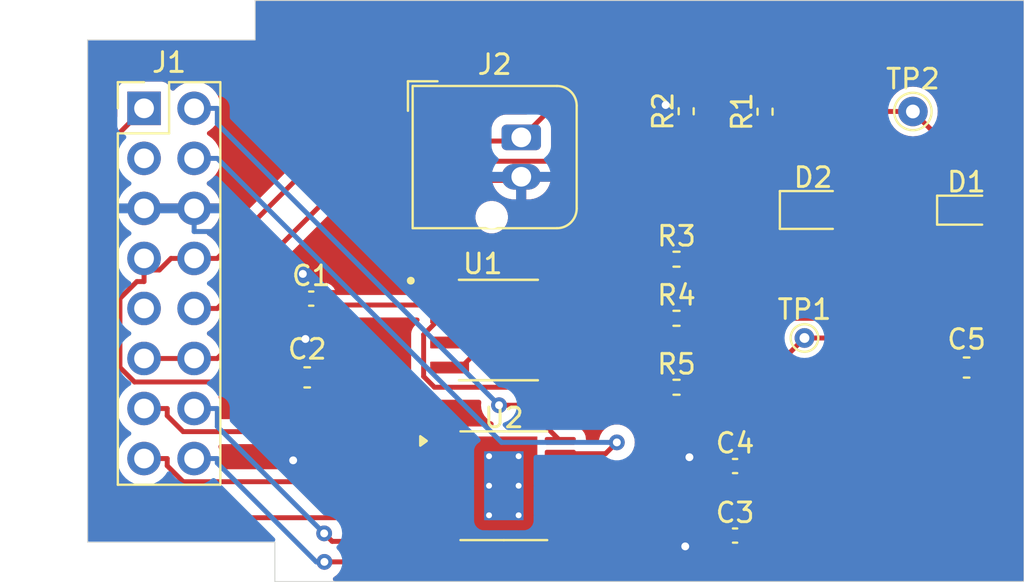
<source format=kicad_pcb>
(kicad_pcb (version 20240108) (generator "pcbnew") (generator_version "8.0")
  (layers (0 "F.Cu" signal) (31 "B.Cu" signal) (34 "B.Paste" user) (35 "F.Paste" user) (36 "B.SilkS" user "B.Silkscreen") (37 "F.SilkS" user "F.Silkscreen") (38 "B.Mask" user) (39 "F.Mask" user) (44 "Edge.Cuts" user))
  (net 0 "")
  (net 1 "GND")
  (net 2 "5V")
  (net 3 "BATT")
  (net 4 "Net-(U2-VCP)")
  (net 5 "Net-(U2-VINT)")
  (net 6 "Net-(U2-VM)")
  (net 7 "Net-(D1-K)")
  (net 8 "Net-(D2-K)")
  (net 9 "PWM4")
  (net 10 "Motor1_B")
  (net 11 "PWM3")
  (net 12 "Motor1_A")
  (net 13 "BATT_ADC")
  (net 15 "PWM2")
  (net 16 "Motor2_B")
  (net 17 "PWM1")
  (net 18 "Motor2_A")
  (net 19 "Net-(U1-~{CHRG})")
  (net 20 "Net-(U1-~{STDBY})")
  (net 21 "Net-(U1-PROG)")
  (footprint "Capacitor_SMD:C_0603_1608Metric" (layer "F.Cu") (at 169.5899 100.1351)
    (property "Reference" "C5" (at 0 -1.43 0) (layer "F.SilkS"))
    (property "Value" "10uF")
    (fp_line (start -0.14058 -0.51) (end 0.14058 -0.51) (stroke (width 0.12)) (layer "F.SilkS"))
    (fp_line (start -0.14058 0.51) (end 0.14058 0.51) (stroke (width 0.12)) (layer "F.SilkS"))
    (pad "1" smd roundrect (at -0.775 0) (size 0.9 0.95) (layers "F.Cu" "F.Paste" "F.Mask") (net 3 "BATT"))
    (pad "2" smd roundrect (at 0.775 0) (size 0.9 0.95) (layers "F.Cu" "F.Paste" "F.Mask") (net 6 "Net-(U2-VM)"))
  )
  (footprint "Connector_JST:JST_JWPF_B02B-JWPF-SK-R_1x02_P2.00mm_Vertical" (layer "F.Cu") (at 147 88.45)
    (property "Reference" "J2" (at -1.35 -3.7 0) (layer "F.SilkS"))
    (property "Value" "Conn_01x02_Male")
    (fp_line (start -5.75 -2.85) (end -4.25 -2.85) (stroke (width 0.12)) (layer "F.SilkS"))
    (fp_line (start -5.75 -1.35) (end -5.75 -2.85) (stroke (width 0.12)) (layer "F.SilkS"))
    (fp_line (start -5.51 -2.61) (end -5.51 4.61) (stroke (width 0.12)) (layer "F.SilkS"))
    (fp_line (start -5.51 4.61) (end 1.81 4.61) (stroke (width 0.12)) (layer "F.SilkS"))
    (fp_line (start 1.81 -2.61) (end -5.51 -2.61) (stroke (width 0.12)) (layer "F.SilkS"))
    (fp_line (start 2.81 -1.61) (end 2.81 3.61) (stroke (width 0.12)) (layer "F.SilkS"))
    (fp_arc (start 1.81 -2.61) (mid 2.517107 -2.317107) (end 2.81 -1.61) (stroke (width 0.12)) (layer "F.SilkS"))
    (fp_arc (start 2.81 3.61) (mid 2.517107 4.317107) (end 1.81 4.61) (stroke (width 0.12)) (layer "F.SilkS"))
    (pad "" np_thru_hole circle (at -1.5 4.05) (size 1.15 1.15) (drill 1.15) (layers "*.Cu" "*.Mask"))
    (pad "1" thru_hole roundrect (at 0 0) (size 2 1.3) (drill 1) (layers "*.Cu" "*.Mask") (roundrect_rratio 0.192308) (net 3 "BATT"))
    (pad "2" thru_hole oval (at 0 2) (size 2 1.3) (drill 1) (layers "*.Cu" "*.Mask") (net 1 "GND"))
  )
  (footprint "Package_SO:HTSSOP-16-1EP_4.4x5mm_P0.65mm_EP3.4x5mm_Mask2.46x2.31mm_ThermalVias" (layer "F.Cu") (at 146.1149 106.1351)
    (property "Reference" "U2" (at 0 -3.45 0) (layer "F.SilkS"))
    (property "Value" "DRV8833PWP")
    (fp_line (start 0 -2.76) (end -2.2 -2.76) (stroke (width 0.12)) (layer "F.SilkS"))
    (fp_line (start 0 -2.76) (end 2.2 -2.76) (stroke (width 0.12)) (layer "F.SilkS"))
    (fp_line (start 0 2.76) (end -2.2 2.76) (stroke (width 0.12)) (layer "F.SilkS"))
    (fp_line (start 0 2.76) (end 2.2 2.76) (stroke (width 0.12)) (layer "F.SilkS"))
    (fp_poly (pts (xy -3.91 -2.275) (xy -4.24 -2.515) (xy -4.24 -2.035) (xy -3.91 -2.275)) (stroke (width 0.12)) (fill solid) (layer "F.SilkS"))
    (pad "1" smd roundrect (at -2.8625 -2.275) (size 1.575 0.4) (layers "F.Cu" "F.Paste" "F.Mask"))
    (pad "2" smd roundrect (at -2.8625 -1.625) (size 1.575 0.4) (layers "F.Cu" "F.Paste" "F.Mask") (net 12 "Motor1_A"))
    (pad "3" smd roundrect (at -2.8625 -0.975) (size 1.575 0.4) (layers "F.Cu" "F.Paste" "F.Mask") (net 1 "GND"))
    (pad "4" smd roundrect (at -2.8625 -0.325) (size 1.575 0.4) (layers "F.Cu" "F.Paste" "F.Mask") (net 10 "Motor1_B"))
    (pad "5" smd roundrect (at -2.8625 0.325) (size 1.575 0.4) (layers "F.Cu" "F.Paste" "F.Mask") (net 16 "Motor2_B"))
    (pad "6" smd roundrect (at -2.8625 0.975) (size 1.575 0.4) (layers "F.Cu" "F.Paste" "F.Mask") (net 1 "GND"))
    (pad "7" smd roundrect (at -2.8625 1.625) (size 1.575 0.4) (layers "F.Cu" "F.Paste" "F.Mask") (net 18 "Motor2_A"))
    (pad "8" smd roundrect (at -2.8625 2.275) (size 1.575 0.4) (layers "F.Cu" "F.Paste" "F.Mask"))
    (pad "9" smd roundrect (at 2.8625 2.275) (size 1.575 0.4) (layers "F.Cu" "F.Paste" "F.Mask") (net 11 "PWM3"))
    (pad "10" smd roundrect (at 2.8625 1.625) (size 1.575 0.4) (layers "F.Cu" "F.Paste" "F.Mask") (net 9 "PWM4"))
    (pad "11" smd roundrect (at 2.8625 0.975) (size 1.575 0.4) (layers "F.Cu" "F.Paste" "F.Mask") (net 4 "Net-(U2-VCP)"))
    (pad "12" smd roundrect (at 2.8625 0.325) (size 1.575 0.4) (layers "F.Cu" "F.Paste" "F.Mask") (net 6 "Net-(U2-VM)"))
    (pad "13" smd roundrect (at 2.8625 -0.325) (size 1.575 0.4) (layers "F.Cu" "F.Paste" "F.Mask") (net 1 "GND"))
    (pad "14" smd roundrect (at 2.8625 -0.975) (size 1.575 0.4) (layers "F.Cu" "F.Paste" "F.Mask") (net 5 "Net-(U2-VINT)"))
    (pad "15" smd roundrect (at 2.8625 -1.625) (size 1.575 0.4) (layers "F.Cu" "F.Paste" "F.Mask") (net 15 "PWM2"))
    (pad "16" smd roundrect (at 2.8625 -2.275) (size 1.575 0.4) (layers "F.Cu" "F.Paste" "F.Mask") (net 17 "PWM1"))
    (pad "17" thru_hole circle (at -0.75 -1.5) (size 0.5 0.5) (drill 0.3) (property pad_prop_heatsink) (layers "*.Cu"))
    (pad "17" thru_hole circle (at -0.75 0) (size 0.5 0.5) (drill 0.3) (property pad_prop_heatsink) (layers "*.Cu"))
    (pad "17" thru_hole circle (at -0.75 1.5) (size 0.5 0.5) (drill 0.3) (property pad_prop_heatsink) (layers "*.Cu"))
    (pad "17" smd rect (at 0 0) (size 2 3.5) (property pad_prop_heatsink) (layers "B.Cu"))
    (pad "17" smd rect (at 0 0) (size 3.4 5) (property pad_prop_heatsink) (layers "F.Cu"))
    (pad "17" thru_hole circle (at 0.75 -1.5) (size 0.5 0.5) (drill 0.3) (property pad_prop_heatsink) (layers "*.Cu"))
    (pad "17" thru_hole circle (at 0.75 0) (size 0.5 0.5) (drill 0.3) (property pad_prop_heatsink) (layers "*.Cu"))
    (pad "17" thru_hole circle (at 0.75 1.5) (size 0.5 0.5) (drill 0.3) (property pad_prop_heatsink) (layers "*.Cu"))
  )
  (footprint "LED_SMD:LED_0805_2012Metric" (layer "F.Cu") (at 161.8024 92.1351)
    (property "Reference" "D2" (at 0 -1.65 0) (layer "F.SilkS"))
    (property "Value" "LED")
    (fp_line (start -1.685 -0.96) (end -1.685 0.96) (stroke (width 0.12)) (layer "F.SilkS"))
    (fp_line (start -1.685 0.96) (end 1 0.96) (stroke (width 0.12)) (layer "F.SilkS"))
    (fp_line (start 1 -0.96) (end -1.685 -0.96) (stroke (width 0.12)) (layer "F.SilkS"))
    (pad "1" smd roundrect (at -0.9375 0) (size 0.975 1.4) (layers "F.Cu" "F.Paste" "F.Mask") (net 8 "Net-(D2-K)"))
    (pad "2" smd roundrect (at 0.9375 0) (size 0.975 1.4) (layers "F.Cu" "F.Paste" "F.Mask") (net 2 "5V"))
  )
  (footprint "Resistor_SMD:R_0402_1005Metric" (layer "F.Cu") (at 155.3649 87.1251 90)
    (property "Reference" "R2" (at 0 -1.17 -90) (layer "F.SilkS"))
    (property "Value" "1k")
    (fp_line (start -0.153641 -0.38) (end 0.153641 -0.38) (stroke (width 0.12)) (layer "F.SilkS"))
    (fp_line (start -0.153641 0.38) (end 0.153641 0.38) (stroke (width 0.12)) (layer "F.SilkS"))
    (pad "1" smd roundrect (at -0.51 0 90) (size 0.54 0.64) (layers "F.Cu" "F.Paste" "F.Mask") (net 13 "BATT_ADC"))
    (pad "2" smd roundrect (at 0.51 0 90) (size 0.54 0.64) (layers "F.Cu" "F.Paste" "F.Mask") (net 1 "GND"))
  )
  (footprint "Resistor_SMD:R_0402_1005Metric" (layer "F.Cu") (at 159.3649 87.1451 90)
    (property "Reference" "R1" (at 0 -1.17 -90) (layer "F.SilkS"))
    (property "Value" "1k")
    (fp_line (start -0.153641 -0.38) (end 0.153641 -0.38) (stroke (width 0.12)) (layer "F.SilkS"))
    (fp_line (start -0.153641 0.38) (end 0.153641 0.38) (stroke (width 0.12)) (layer "F.SilkS"))
    (pad "1" smd roundrect (at -0.51 0 90) (size 0.54 0.64) (layers "F.Cu" "F.Paste" "F.Mask") (net 3 "BATT"))
    (pad "2" smd roundrect (at 0.51 0 90) (size 0.54 0.64) (layers "F.Cu" "F.Paste" "F.Mask") (net 13 "BATT_ADC"))
  )
  (footprint "Resistor_SMD:R_0402_1005Metric" (layer "F.Cu") (at 154.8749 97.6351)
    (property "Reference" "R4" (at 0 -1.17 0) (layer "F.SilkS"))
    (property "Value" "1K")
    (fp_line (start -0.153641 -0.38) (end 0.153641 -0.38) (stroke (width 0.12)) (layer "F.SilkS"))
    (fp_line (start -0.153641 0.38) (end 0.153641 0.38) (stroke (width 0.12)) (layer "F.SilkS"))
    (pad "1" smd roundrect (at -0.51 0) (size 0.54 0.64) (layers "F.Cu" "F.Paste" "F.Mask") (net 20 "Net-(U1-~{STDBY})"))
    (pad "2" smd roundrect (at 0.51 0) (size 0.54 0.64) (layers "F.Cu" "F.Paste" "F.Mask") (net 7 "Net-(D1-K)"))
  )
  (footprint "Capacitor_SMD:C_0603_1608Metric" (layer "F.Cu") (at 136.1399 100.6351)
    (property "Reference" "C2" (at 0 -1.43 0) (layer "F.SilkS"))
    (property "Value" "10uF")
    (fp_line (start -0.14058 -0.51) (end 0.14058 -0.51) (stroke (width 0.12)) (layer "F.SilkS"))
    (fp_line (start -0.14058 0.51) (end 0.14058 0.51) (stroke (width 0.12)) (layer "F.SilkS"))
    (pad "1" smd roundrect (at -0.775 0) (size 0.9 0.95) (layers "F.Cu" "F.Paste" "F.Mask") (net 3 "BATT"))
    (pad "2" smd roundrect (at 0.775 0) (size 0.9 0.95) (layers "F.Cu" "F.Paste" "F.Mask") (net 1 "GND"))
  )
  (footprint "Capacitor_SMD:C_0402_1005Metric" (layer "F.Cu") (at 157.8449 105.1351)
    (property "Reference" "C4" (at 0 -1.16 0) (layer "F.SilkS"))
    (property "Value" "2.2uF")
    (fp_line (start -0.107836 -0.36) (end 0.107836 -0.36) (stroke (width 0.12)) (layer "F.SilkS"))
    (fp_line (start -0.107836 0.36) (end 0.107836 0.36) (stroke (width 0.12)) (layer "F.SilkS"))
    (pad "1" smd roundrect (at -0.48 0) (size 0.56 0.62) (layers "F.Cu" "F.Paste" "F.Mask") (net 1 "GND"))
    (pad "2" smd roundrect (at 0.48 0) (size 0.56 0.62) (layers "F.Cu" "F.Paste" "F.Mask") (net 5 "Net-(U2-VINT)"))
  )
  (footprint "Capacitor_SMD:C_0402_1005Metric" (layer "F.Cu") (at 136.3449 96.6351)
    (property "Reference" "C1" (at 0 -1.16 0) (layer "F.SilkS"))
    (property "Value" "0.1uF")
    (fp_line (start -0.107836 -0.36) (end 0.107836 -0.36) (stroke (width 0.12)) (layer "F.SilkS"))
    (fp_line (start -0.107836 0.36) (end 0.107836 0.36) (stroke (width 0.12)) (layer "F.SilkS"))
    (pad "1" smd roundrect (at -0.48 0) (size 0.56 0.62) (layers "F.Cu" "F.Paste" "F.Mask") (net 2 "5V"))
    (pad "2" smd roundrect (at 0.48 0) (size 0.56 0.62) (layers "F.Cu" "F.Paste" "F.Mask") (net 1 "GND"))
  )
  (footprint "TP4056 (2):SOP127P600X175-9N" (layer "F.Cu") (at 145.8399 98.2301)
    (property "Reference" "U1" (at -0.795 -3.362 0) (layer "F.SilkS"))
    (property "Value" "TP4056")
    (fp_line (start -2 -2.55) (end 2 -2.55) (stroke (width 0.127)) (layer "F.SilkS"))
    (fp_line (start -2 2.55) (end 2 2.55) (stroke (width 0.127)) (layer "F.SilkS"))
    (fp_circle (center -4.445 -2.505) (end -4.345 -2.505) (stroke (width 0.2)) (fill none) (layer "F.SilkS"))
    (pad "1" smd roundrect (at -2.475 -1.905) (size 1.97 0.6) (layers "F.Cu" "F.Paste" "F.Mask") (roundrect_rratio 0.07) (net 1 "GND"))
    (pad "2" smd roundrect (at -2.475 -0.635) (size 1.97 0.6) (layers "F.Cu" "F.Paste" "F.Mask") (roundrect_rratio 0.07) (net 21 "Net-(U1-PROG)"))
    (pad "3" smd roundrect (at -2.475 0.635) (size 1.97 0.6) (layers "F.Cu" "F.Paste" "F.Mask") (roundrect_rratio 0.07) (net 1 "GND"))
    (pad "4" smd roundrect (at -2.475 1.905) (size 1.97 0.6) (layers "F.Cu" "F.Paste" "F.Mask") (roundrect_rratio 0.07) (net 2 "5V"))
    (pad "5" smd roundrect (at 2.475 1.905) (size 1.97 0.6) (layers "F.Cu" "F.Paste" "F.Mask") (roundrect_rratio 0.07) (net 3 "BATT"))
    (pad "6" smd roundrect (at 2.475 0.635) (size 1.97 0.6) (layers "F.Cu" "F.Paste" "F.Mask") (roundrect_rratio 0.07) (net 20 "Net-(U1-~{STDBY})"))
    (pad "7" smd roundrect (at 2.475 -0.635) (size 1.97 0.6) (layers "F.Cu" "F.Paste" "F.Mask") (roundrect_rratio 0.07) (net 19 "Net-(U1-~{CHRG})"))
    (pad "8" smd roundrect (at 2.475 -1.905) (size 1.97 0.6) (layers "F.Cu" "F.Paste" "F.Mask") (roundrect_rratio 0.07) (net 2 "5V"))
    (pad "9" smd rect (at 0 0) (size 2.413 3.302) (layers "F.Cu" "F.Mask") (net 2 "5V"))
  )
  (footprint "LED_SMD:LED_0603_1608Metric" (layer "F.Cu") (at 169.5774 92.1451)
    (property "Reference" "D1" (at 0 -1.43 0) (layer "F.SilkS"))
    (property "Value" "LED")
    (fp_line (start -1.485 -0.735) (end -1.485 0.735) (stroke (width 0.12)) (layer "F.SilkS"))
    (fp_line (start -1.485 0.735) (end 0.8 0.735) (stroke (width 0.12)) (layer "F.SilkS"))
    (fp_line (start 0.8 -0.735) (end -1.485 -0.735) (stroke (width 0.12)) (layer "F.SilkS"))
    (pad "1" smd roundrect (at -0.7875 0) (size 0.875 0.95) (layers "F.Cu" "F.Paste" "F.Mask") (net 7 "Net-(D1-K)"))
    (pad "2" smd roundrect (at 0.7875 0) (size 0.875 0.95) (layers "F.Cu" "F.Paste" "F.Mask") (net 2 "5V"))
  )
  (footprint "Resistor_SMD:R_0402_1005Metric" (layer "F.Cu") (at 154.8749 94.6351)
    (property "Reference" "R3" (at 0 -1.17 0) (layer "F.SilkS"))
    (property "Value" "1K")
    (fp_line (start -0.153641 -0.38) (end 0.153641 -0.38) (stroke (width 0.12)) (layer "F.SilkS"))
    (fp_line (start -0.153641 0.38) (end 0.153641 0.38) (stroke (width 0.12)) (layer "F.SilkS"))
    (pad "1" smd roundrect (at -0.51 0) (size 0.54 0.64) (layers "F.Cu" "F.Paste" "F.Mask") (net 19 "Net-(U1-~{CHRG})"))
    (pad "2" smd roundrect (at 0.51 0) (size 0.54 0.64) (layers "F.Cu" "F.Paste" "F.Mask") (net 8 "Net-(D2-K)"))
  )
  (footprint "Resistor_SMD:R_0402_1005Metric" (layer "F.Cu") (at 154.8749 101.1351)
    (property "Reference" "R5" (at 0 -1.17 0) (layer "F.SilkS"))
    (property "Value" "10k")
    (fp_line (start -0.153641 -0.38) (end 0.153641 -0.38) (stroke (width 0.12)) (layer "F.SilkS"))
    (fp_line (start -0.153641 0.38) (end 0.153641 0.38) (stroke (width 0.12)) (layer "F.SilkS"))
    (pad "1" smd roundrect (at -0.51 0) (size 0.54 0.64) (layers "F.Cu" "F.Paste" "F.Mask") (net 21 "Net-(U1-PROG)"))
    (pad "2" smd roundrect (at 0.51 0) (size 0.54 0.64) (layers "F.Cu" "F.Paste" "F.Mask") (net 1 "GND"))
  )
  (footprint "TestPoint:TestPoint_THTPad_D1.5mm_Drill0.7mm" (layer "F.Cu") (at 166.8649 87.1351)
    (property "Reference" "TP2" (at 0 -1.648 0) (layer "F.SilkS"))
    (property "Value" "TestPoint")
    (fp_circle (center 0 0) (end 0 0.95) (stroke (width 0.12)) (fill none) (layer "F.SilkS"))
    (pad "1" thru_hole circle (at 0 0) (size 1.5 1.5) (drill 0.7) (layers "*.Cu" "*.Mask") (net 3 "BATT"))
  )
  (footprint "Capacitor_SMD:C_0402_1005Metric" (layer "F.Cu") (at 157.8449 108.6651)
    (property "Reference" "C3" (at 0 -1.16 0) (layer "F.SilkS"))
    (property "Value" "0.01uF")
    (fp_line (start -0.107836 -0.36) (end 0.107836 -0.36) (stroke (width 0.12)) (layer "F.SilkS"))
    (fp_line (start -0.107836 0.36) (end 0.107836 0.36) (stroke (width 0.12)) (layer "F.SilkS"))
    (pad "1" smd roundrect (at -0.48 0) (size 0.56 0.62) (layers "F.Cu" "F.Paste" "F.Mask") (net 1 "GND"))
    (pad "2" smd roundrect (at 0.48 0) (size 0.56 0.62) (layers "F.Cu" "F.Paste" "F.Mask") (net 4 "Net-(U2-VCP)"))
  )
  (footprint "Connector_PinHeader_2.54mm:PinHeader_2x08_P2.54mm_Vertical" (layer "F.Cu") (at 127.8649 86.9751)
    (property "Reference" "J1" (at 1.27 -2.33 0) (layer "F.SilkS"))
    (property "Value" "Conn_02x08_Odd_Even")
    (fp_line (start -1.33 -1.33) (end 0 -1.33) (stroke (width 0.12)) (layer "F.SilkS"))
    (fp_line (start -1.33 0) (end -1.33 -1.33) (stroke (width 0.12)) (layer "F.SilkS"))
    (fp_line (start -1.33 1.27) (end -1.33 19.11) (stroke (width 0.12)) (layer "F.SilkS"))
    (fp_line (start -1.33 1.27) (end 1.27 1.27) (stroke (width 0.12)) (layer "F.SilkS"))
    (fp_line (start -1.33 19.11) (end 3.87 19.11) (stroke (width 0.12)) (layer "F.SilkS"))
    (fp_line (start 1.27 -1.33) (end 3.87 -1.33) (stroke (width 0.12)) (layer "F.SilkS"))
    (fp_line (start 1.27 1.27) (end 1.27 -1.33) (stroke (width 0.12)) (layer "F.SilkS"))
    (fp_line (start 3.87 -1.33) (end 3.87 19.11) (stroke (width 0.12)) (layer "F.SilkS"))
    (pad "1" thru_hole rect (at 0 0) (size 1.7 1.7) (drill 1) (layers "*.Cu" "*.Mask") (net 18 "Motor2_A"))
    (pad "2" thru_hole oval (at 2.54 0) (size 1.7 1.7) (drill 1) (layers "*.Cu" "*.Mask") (net 17 "PWM1"))
    (pad "3" thru_hole oval (at 0 2.54) (size 1.7 1.7) (drill 1) (layers "*.Cu" "*.Mask") (net 16 "Motor2_B"))
    (pad "4" thru_hole oval (at 2.54 2.54) (size 1.7 1.7) (drill 1) (layers "*.Cu" "*.Mask") (net 15 "PWM2"))
    (pad "5" thru_hole oval (at 0 5.08) (size 1.7 1.7) (drill 1) (layers "*.Cu" "*.Mask") (net 1 "GND"))
    (pad "6" thru_hole oval (at 2.54 5.08) (size 1.7 1.7) (drill 1) (layers "*.Cu" "*.Mask") (net 1 "GND"))
    (pad "7" thru_hole oval (at 0 7.62) (size 1.7 1.7) (drill 1) (layers "*.Cu" "*.Mask") (net 3 "BATT"))
    (pad "8" thru_hole oval (at 2.54 7.62) (size 1.7 1.7) (drill 1) (layers "*.Cu" "*.Mask") (net 3 "BATT"))
    (pad "9" thru_hole oval (at 0 10.16) (size 1.7 1.7) (drill 1) (layers "*.Cu" "*.Mask"))
    (pad "10" thru_hole oval (at 2.54 10.16) (size 1.7 1.7) (drill 1) (layers "*.Cu" "*.Mask") (net 13 "BATT_ADC"))
    (pad "11" thru_hole oval (at 0 12.7) (size 1.7 1.7) (drill 1) (layers "*.Cu" "*.Mask") (net 2 "5V"))
    (pad "12" thru_hole oval (at 2.54 12.7) (size 1.7 1.7) (drill 1) (layers "*.Cu" "*.Mask") (net 2 "5V"))
    (pad "13" thru_hole oval (at 0 15.24) (size 1.7 1.7) (drill 1) (layers "*.Cu" "*.Mask") (net 12 "Motor1_A"))
    (pad "14" thru_hole oval (at 2.54 15.24) (size 1.7 1.7) (drill 1) (layers "*.Cu" "*.Mask") (net 11 "PWM3"))
    (pad "15" thru_hole oval (at 0 17.78) (size 1.7 1.7) (drill 1) (layers "*.Cu" "*.Mask") (net 10 "Motor1_B"))
    (pad "16" thru_hole oval (at 2.54 17.78) (size 1.7 1.7) (drill 1) (layers "*.Cu" "*.Mask") (net 9 "PWM4"))
  )
  (footprint "TestPoint:TestPoint_THTPad_D1.0mm_Drill0.5mm" (layer "F.Cu") (at 161.3649 98.6351)
    (property "Reference" "TP1" (at 0 -1.448 0) (layer "F.SilkS"))
    (property "Value" "TestPoint")
    (fp_circle (center 0 0) (end 0 0.7) (stroke (width 0.12)) (fill none) (layer "F.SilkS"))
    (pad "1" thru_hole circle (at 0 0) (size 1 1) (drill 0.5) (layers "*.Cu" "*.Mask") (net 2 "5V"))
  )
  (gr_line (start 133.5 83.5) (end 133.5 81.5) (stroke (width 0.05)) (layer "Edge.Cuts"))
  (gr_line (start 172.5 81.5) (end 172.5 84.5) (stroke (width 0.05)) (layer "Edge.Cuts"))
  (gr_line (start 133.5 81.5) (end 172.5 81.5) (stroke (width 0.05)) (layer "Edge.Cuts"))
  (gr_line (start 172.5 110) (end 172.5 111) (stroke (width 0.05)) (layer "Edge.Cuts"))
  (gr_line (start 172.5 84.5) (end 172.5 110) (stroke (width 0.05)) (layer "Edge.Cuts"))
  (gr_line (start 172.5 111) (end 134.5 111) (stroke (width 0.05)) (layer "Edge.Cuts"))
  (gr_line (start 134.5 109) (end 125 109) (stroke (width 0.05)) (layer "Edge.Cuts"))
  (gr_line (start 125 109) (end 125 83.5) (stroke (width 0.05)) (layer "Edge.Cuts"))
  (gr_line (start 125 83.5) (end 133.5 83.5) (stroke (width 0.05)) (layer "Edge.Cuts"))
  (gr_line (start 134.5 111) (end 134.5 109) (stroke (width 0.05)) (layer "Edge.Cuts"))
  (segment (start 157.3649 108.665) (end 155.866 108.665) (width 0.25) (layer "F.Cu") (net 1))
  (segment (start 136.8249 96.6349) (end 136.8249 96.6351) (width 0.25) (layer "F.Cu") (net 1))
  (segment (start 157.365 105.135) (end 156.815 104.585) (width 0.25) (layer "F.Cu") (net 1))
  (segment (start 156.815 104.585) (end 155.631 104.585) (width 0.25) (layer "F.Cu") (net 1))
  (segment (start 155.631 101.382) (end 155.508 101.2585) (width 0.25) (layer "F.Cu") (net 1))
  (segment (start 154.513 86.6151) (end 154.322 86.8061) (width 0.25) (layer "F.Cu") (net 1))
  (segment (start 157.3649 108.6651) (end 157.3649 108.665) (width 0.25) (layer "F.Cu") (net 1))
  (segment (start 136.9115 96.5483) (end 136.8249 96.6349) (width 0.25) (layer "F.Cu") (net 1))
  (segment (start 140.664 90.6351) (end 135.918 95.3811) (width 0.25) (layer "F.Cu") (net 1))
  (segment (start 136.825 96.6351) (end 136.9115 96.5483) (width 0.25) (layer "F.Cu") (net 1))
  (segment (start 136.998 96.4615) (end 137.135 96.3251) (width 0.25) (layer "F.Cu") (net 1))
  (segment (start 146.8649 90.6351) (end 140.664 90.6351) (width 0.25) (layer "F.Cu") (net 1))
  (segment (start 136.9115 96.5483) (end 136.998 96.4615) (width 0.25) (layer "F.Cu") (net 1))
  (segment (start 157.3649 105.1351) (end 157.365 105.135) (width 0.25) (layer "F.Cu") (net 1))
  (segment (start 136.915 100.635) (end 136.915 99.5494) (width 0.25) (layer "F.Cu") (net 1))
  (segment (start 127.865 92.0551) (end 127.8649 92.0551) (width 0.25) (layer "F.Cu") (net 1))
  (segment (start 155.508 101.2585) (end 155.3849 101.1354) (width 0.25) (layer "F.Cu") (net 1))
  (segment (start 155.866 108.665) (end 155.317 109.214) (width 0.25) (layer "F.Cu") (net 1))
  (segment (start 135.918 95.3811) (end 136.998 96.4615) (width 0.25) (layer "F.Cu") (net 1))
  (segment (start 155.3849 101.1354) (end 155.3849 101.1351) (width 0.25) (layer "F.Cu") (net 1))
  (segment (start 155.631 104.585) (end 155.631 101.382) (width 0.25) (layer "F.Cu") (net 1))
  (segment (start 155.508 101.2585) (end 155.385 101.135) (width 0.25) (layer "F.Cu") (net 1))
  (segment (start 143.252 105.16) (end 143.2523 105.16) (width 0.25) (layer "F.Cu") (net 1))
  (segment (start 135.428 104.846) (end 135.743 105.16) (width 0.25) (layer "F.Cu") (net 1))
  (segment (start 143.2523 105.16) (end 143.2524 105.1601) (width 0.25) (layer "F.Cu") (net 1))
  (segment (start 155.3649 86.6151) (end 154.513 86.6151) (width 0.25) (layer "F.Cu") (net 1))
  (segment (start 155.631 104.585) (end 155.529 104.688) (width 0.25) (layer "F.Cu") (net 1))
  (segment (start 137.135 96.3251) (end 143.3649 96.3251) (width 0.25) (layer "F.Cu") (net 1))
  (segment (start 135.743 105.16) (end 143.252 105.16) (width 0.25) (layer "F.Cu") (net 1))
  (segment (start 130.4049 92.0551) (end 127.865 92.0551) (width 0.25) (layer "F.Cu") (net 1))
  (segment (start 136.9149 100.6351) (end 136.915 100.635) (width 0.25) (layer "F.Cu") (net 1))
  (segment (start 136.915 99.5494) (end 136.05 98.6845) (width 0.25) (layer "F.Cu") (net 1))
  (via (at 155.529 104.688) (size 0.8) (drill 0.4) (layers "F.Cu" "B.Cu") (net 1))
  (via (at 135.428 104.846) (size 0.8) (drill 0.4) (layers "F.Cu" "B.Cu") (net 1))
  (via (at 155.317 109.214) (size 0.8) (drill 0.4) (layers "F.Cu" "B.Cu") (net 1))
  (via (at 154.322 86.8061) (size 0.8) (drill 0.4) (layers "F.Cu" "B.Cu") (net 1))
  (via (at 136.05 98.6845) (size 0.8) (drill 0.4) (layers "F.Cu" "B.Cu") (net 1))
  (via (at 135.918 95.3811) (size 0.8) (drill 0.4) (layers "F.Cu" "B.Cu") (net 1))
  (segment (start 136.05 95.5131) (end 135.918 95.3811) (width 0.25) (layer "B.Cu") (net 1))
  (segment (start 136.05 98.6845) (end 136.05 95.5131) (width 0.25) (layer "B.Cu") (net 1))
  (segment (start 146.865 91.1226) (end 146.865 91.6102) (width 0.25) (layer "B.Cu") (net 1))
  (segment (start 130.405 93.2302) (end 130.405 92.6426) (width 0.25) (layer "B.Cu") (net 1))
  (segment (start 146.865 90.6351) (end 146.865 91.1226) (width 0.25) (layer "B.Cu") (net 1))
  (segment (start 133.767 93.2302) (end 130.405 93.2302) (width 0.25) (layer "B.Cu") (net 1))
  (segment (start 130.4049 92.6425) (end 130.4049 92.0551) (width 0.25) (layer "B.Cu") (net 1))
  (segment (start 130.405 92.6426) (end 130.405 92.0551) (width 0.25) (layer "B.Cu") (net 1))
  (segment (start 135.428 99.3062) (end 135.428 104.846) (width 0.25) (layer "B.Cu") (net 1))
  (segment (start 155.529 104.688) (end 155.317 104.688) (width 0.25) (layer "B.Cu") (net 1))
  (segment (start 154.322 86.8061) (end 148.192 92.9368) (width 0.25) (layer "B.Cu") (net 1))
  (segment (start 146.8649 91.1225) (end 146.8649 90.6351) (width 0.25) (layer "B.Cu") (net 1))
  (segment (start 130.405 92.6426) (end 130.4049 92.6425) (width 0.25) (layer "B.Cu") (net 1))
  (segment (start 155.317 109.214) (end 155.317 104.688) (width 0.25) (layer "B.Cu") (net 1))
  (segment (start 155.317 104.688) (end 155.317 100.062) (width 0.25) (layer "B.Cu") (net 1))
  (segment (start 135.918 95.3811) (end 133.767 93.2302) (width 0.25) (layer "B.Cu") (net 1))
  (segment (start 146.865 91.1226) (end 146.8649 91.1225) (width 0.25) (layer "B.Cu") (net 1))
  (segment (start 136.05 98.6845) (end 135.428 99.3062) (width 0.25) (layer "B.Cu") (net 1))
  (segment (start 146.865 91.6102) (end 148.192 92.9368) (width 0.25) (layer "B.Cu") (net 1))
  (segment (start 155.317 100.062) (end 148.192 92.9368) (width 0.25) (layer "B.Cu") (net 1))
  (segment (start 137.796 96.9601) (end 137.475 97.2816) (width 0.25) (layer "F.Cu") (net 2))
  (segment (start 145.84 98.2301) (end 147.11 99.5) (width 0.25) (layer "F.Cu") (net 2))
  (segment (start 163.531 91.3438) (end 162.74 92.1351) (width 0.25) (layer "F.Cu") (net 2))
  (segment (start 160.5 99.5) (end 161.3649 98.6351) (width 0.25) (layer "F.Cu") (net 2))
  (segment (start 162.7399 92.1351) (end 162.74 92.1351) (width 0.25) (layer "F.Cu") (net 2))
  (segment (start 170.3649 92.1451) (end 170.344 92.1245) (width 0.25) (layer "F.Cu") (net 2))
  (segment (start 143.3649 100.1351) (end 143.365 100.135) (width 0.25) (layer "F.Cu") (net 2))
  (segment (start 161.365 98.6351) (end 163.551 98.6351) (width 0.25) (layer "F.Cu") (net 2))
  (segment (start 135.865 97.2816) (end 133.974 97.2816) (width 0.25) (layer "F.Cu") (net 2))
  (segment (start 127.8649 99.6751) (end 127.865 99.6751) (width 0.25) (layer "F.Cu") (net 2))
  (segment (start 143.365 100.135) (end 143.935 100.135) (width 0.25) (layer "F.Cu") (net 2))
  (segment (start 135.8649 96.6351) (end 135.865 96.6352) (width 0.25) (layer "F.Cu") (net 2))
  (segment (start 145.8399 98.2301) (end 145.84 98.2301) (width 0.25) (layer "F.Cu") (net 2))
  (segment (start 133.974 97.2816) (end 131.58 99.6751) (width 0.25) (layer "F.Cu") (net 2))
  (segment (start 145.84 98.2301) (end 144.57 96.9601) (width 0.25) (layer "F.Cu") (net 2))
  (segment (start 135.865 97.2816) (end 135.865 96.9583) (width 0.25) (layer "F.Cu") (net 2))
  (segment (start 144.57 96.9601) (end 137.796 96.9601) (width 0.25) (layer "F.Cu") (net 2))
  (segment (start 147.11 99.5) (end 160.5 99.5) (width 0.25) (layer "F.Cu") (net 2))
  (segment (start 170.062 92.1245) (end 169.281 91.3438) (width 0.25) (layer "F.Cu") (net 2))
  (segment (start 143.935 100.135) (end 145.84 98.2301) (width 0.25) (layer "F.Cu") (net 2))
  (segment (start 161.3649 98.6351) (end 161.365 98.6351) (width 0.25) (layer "F.Cu") (net 2))
  (segment (start 145.84 98.2301) (end 147.745 96.3251) (width 0.25) (layer "F.Cu") (net 2))
  (segment (start 169.281 91.3438) (end 163.531 91.3438) (width 0.25) (layer "F.Cu") (net 2))
  (segment (start 147.745 96.3251) (end 148.3149 96.3251) (width 0.25) (layer "F.Cu") (net 2))
  (segment (start 137.475 97.2816) (end 135.865 97.2816) (width 0.25) (layer "F.Cu") (net 2))
  (segment (start 170.344 92.1245) (end 170.062 92.1245) (width 0.25) (layer "F.Cu") (net 2))
  (segment (start 130.4049 99.6751) (end 127.865 99.6751) (width 0.25) (layer "F.Cu") (net 2))
  (segment (start 131.58 99.6751) (end 130.4049 99.6751) (width 0.25) (layer "F.Cu") (net 2))
  (segment (start 163.551 98.6351) (end 170.062 92.1245) (width 0.25) (layer "F.Cu") (net 2))
  (segment (start 135.865 96.6352) (end 135.865 96.9583) (width 0.25) (layer "F.Cu") (net 2))
  (segment (start 148.315 100.135) (end 168.815 100.135) (width 0.25) (layer "F.Cu") (net 3))
  (segment (start 126.641 100.128) (end 127.381 100.868) (width 0.25) (layer "F.Cu") (net 3))
  (segment (start 160.212 87.1351) (end 160.048 86.9718) (width 0.25) (layer "F.Cu") (net 3))
  (segment (start 146.8649 88.6351) (end 146.865 88.6351) (width 0.25) (layer "F.Cu") (net 3))
  (segment (start 128.642 95.1826) (end 129.23 94.5951) (width 0.25) (layer "F.Cu") (net 3))
  (segment (start 135.132 100.868) (end 135.3649 100.6351) (width 0.25) (layer "F.Cu") (net 3))
  (segment (start 127.8649 94.5951) (end 127.865 94.5952) (width 0.25) (layer "F.Cu") (net 3))
  (segment (start 131.58 94.5951) (end 137.54 88.6351) (width 0.25) (layer "F.Cu") (net 3))
  (segment (start 130.4049 94.5951) (end 131.58 94.5951) (width 0.25) (layer "F.Cu") (net 3))
  (segment (start 159.686 85.9772) (end 160.048 86.3393) (width 0.25) (layer "F.Cu") (net 3))
  (segment (start 137.54 88.6351) (end 146.8649 88.6351) (width 0.25) (layer "F.Cu") (net 3))
  (segment (start 171.149 91.4191) (end 166.865 87.1351) (width 0.25) (layer "F.Cu") (net 3))
  (segment (start 127.865 95.1826) (end 128.642 95.1826) (width 0.25) (layer "F.Cu") (net 3))
  (segment (start 127.865 95.7702) (end 127.5 95.7702) (width 0.25) (layer "F.Cu") (net 3))
  (segment (start 126.641 96.6285) (end 126.641 100.128) (width 0.25) (layer "F.Cu") (net 3))
  (segment (start 129.23 94.5951) (end 130.4049 94.5951) (width 0.25) (layer "F.Cu") (net 3))
  (segment (start 168.815 100.135) (end 171.149 97.8011) (width 0.25) (layer "F.Cu") (net 3))
  (segment (start 159.3649 87.6551) (end 159.365 87.6551) (width 0.25) (layer "F.Cu") (net 3))
  (segment (start 149.523 85.9772) (end 159.686 85.9772) (width 0.25) (layer "F.Cu") (net 3))
  (segment (start 166.865 87.1351) (end 166.8649 87.1351) (width 0.25) (layer "F.Cu") (net 3))
  (segment (start 168.8149 100.1351) (end 168.815 100.135) (width 0.25) (layer "F.Cu") (net 3))
  (segment (start 127.865 94.5952) (end 127.865 94.8888) (width 0.25) (layer "F.Cu") (net 3))
  (segment (start 127.865 95.1826) (end 127.865 95.7702) (width 0.25) (layer "F.Cu") (net 3))
  (segment (start 146.865 88.6351) (end 149.523 85.9772) (width 0.25) (layer "F.Cu") (net 3))
  (segment (start 166.8649 87.1351) (end 160.212 87.1351) (width 0.25) (layer "F.Cu") (net 3))
  (segment (start 148.3149 100.1351) (end 148.315 100.135) (width 0.25) (layer "F.Cu") (net 3))
  (segment (start 127.865 95.1826) (end 127.865 94.8888) (width 0.25) (layer "F.Cu") (net 3))
  (segment (start 171.149 97.8011) (end 171.149 91.4191) (width 0.25) (layer "F.Cu") (net 3))
  (segment (start 127.381 100.868) (end 135.132 100.868) (width 0.25) (layer "F.Cu") (net 3))
  (segment (start 160.048 86.9718) (end 159.365 87.6551) (width 0.25) (layer "F.Cu") (net 3))
  (segment (start 127.5 95.7702) (end 126.641 96.6285) (width 0.25) (layer "F.Cu") (net 3))
  (segment (start 160.048 86.3393) (end 160.048 86.9718) (width 0.25) (layer "F.Cu") (net 3))
  (segment (start 158.325 108.6605) (end 158.3249 108.6606) (width 0.25) (layer "F.Cu") (net 4))
  (segment (start 158.325 108.665) (end 158.325 108.6605) (width 0.25) (layer "F.Cu") (net 4))
  (segment (start 156.779 107.11) (end 148.978 107.11) (width 0.25) (layer "F.Cu") (net 4))
  (segment (start 158.3249 108.6606) (end 158.3249 108.6651) (width 0.25) (layer "F.Cu") (net 4))
  (segment (start 158.325 108.6605) (end 158.325 108.656) (width 0.25) (layer "F.Cu") (net 4))
  (segment (start 148.978 107.11) (end 148.9775 107.11) (width 0.25) (layer "F.Cu") (net 4))
  (segment (start 148.9775 107.11) (end 148.9774 107.1101) (width 0.25) (layer "F.Cu") (net 4))
  (segment (start 158.325 108.656) (end 156.779 107.11) (width 0.25) (layer "F.Cu") (net 4))
  (segment (start 158.325 105.1352) (end 158.325 105.175) (width 0.25) (layer "F.Cu") (net 5))
  (segment (start 148.978 105.16) (end 148.9775 105.16) (width 0.25) (layer "F.Cu") (net 5))
  (segment (start 153.255 105.16) (end 153.921 105.826) (width 0.25) (layer "F.Cu") (net 5))
  (segment (start 153.921 105.826) (end 157.714 105.826) (width 0.25) (layer "F.Cu") (net 5))
  (segment (start 158.3249 105.1351) (end 158.325 105.1352) (width 0.25) (layer "F.Cu") (net 5))
  (segment (start 157.714 105.826) (end 158.325 105.215) (width 0.25) (layer "F.Cu") (net 5))
  (segment (start 158.325 105.215) (end 158.325 105.175) (width 0.25) (layer "F.Cu") (net 5))
  (segment (start 148.978 105.16) (end 153.255 105.16) (width 0.25) (layer "F.Cu") (net 5))
  (segment (start 148.9775 105.16) (end 148.9774 105.1601) (width 0.25) (layer "F.Cu") (net 5))
  (segment (start 170.3649 100.1351) (end 164.04 106.46) (width 0.25) (layer "F.Cu") (net 6))
  (segment (start 148.978 106.46) (end 148.9775 106.46) (width 0.25) (layer "F.Cu") (net 6))
  (segment (start 148.9775 106.46) (end 148.9774 106.4601) (width 0.25) (layer "F.Cu") (net 6))
  (segment (start 164.04 106.46) (end 148.978 106.46) (width 0.25) (layer "F.Cu") (net 6))
  (segment (start 155.385 97.6351) (end 155.3849 97.6351) (width 0.25) (layer "F.Cu") (net 7))
  (segment (start 163.3 97.6351) (end 155.385 97.6351) (width 0.25) (layer "F.Cu") (net 7))
  (segment (start 168.7899 92.1451) (end 168.79 92.1451) (width 0.25) (layer "F.Cu") (net 7))
  (segment (start 168.79 92.1451) (end 163.3 97.6351) (width 0.25) (layer "F.Cu") (net 7))
  (segment (start 157.26 92.7601) (end 157.2599 92.7601) (width 0.25) (layer "F.Cu") (net 8))
  (segment (start 160.8649 92.1351) (end 157.885 92.1351) (width 0.25) (layer "F.Cu") (net 8))
  (segment (start 157.2599 92.7601) (end 155.3849 94.6351) (width 0.25) (layer "F.Cu") (net 8))
  (segment (start 157.885 92.1351) (end 157.26 92.7601) (width 0.25) (layer "F.Cu") (net 8))
  (segment (start 149.746 107.76) (end 148.978 107.76) (width 0.25) (layer "F.Cu") (net 9))
  (segment (start 150.127 108.141) (end 149.746 107.76) (width 0.25) (layer "F.Cu") (net 9))
  (segment (start 149.294 110.001) (end 137.013 110.001) (width 0.25) (layer "F.Cu") (net 9))
  (segment (start 148.978 107.76) (end 148.9775 107.76) (width 0.25) (layer "F.Cu") (net 9))
  (segment (start 150.127 109.168) (end 150.127 108.141) (width 0.25) (layer "F.Cu") (net 9))
  (segment (start 148.9775 107.76) (end 148.9774 107.7601) (width 0.25) (layer "F.Cu") (net 9))
  (segment (start 150.127 109.168) (end 149.294 110.001) (width 0.25) (layer "F.Cu") (net 9))
  (via (at 137.013 110.001) (size 0.8) (drill 0.4) (layers "F.Cu" "B.Cu") (net 9))
  (segment (start 136.596 110.001) (end 137.013 110.001) (width 0.25) (layer "B.Cu") (net 9))
  (segment (start 131.58 104.985) (end 136.596 110.001) (width 0.25) (layer "B.Cu") (net 9))
  (segment (start 130.405 104.755) (end 131.58 104.755) (width 0.25) (layer "B.Cu") (net 9))
  (segment (start 130.405 104.755) (end 130.4049 104.7551) (width 0.25) (layer "B.Cu") (net 9))
  (segment (start 131.58 104.755) (end 131.58 104.985) (width 0.25) (layer "B.Cu") (net 9))
  (segment (start 143.13 105.932) (end 143.191 105.871) (width 0.25) (layer "F.Cu") (net 10))
  (segment (start 143.222 105.8405) (end 143.252 105.81) (width 0.25) (layer "F.Cu") (net 10))
  (segment (start 129.85 105.932) (end 143.13 105.932) (width 0.25) (layer "F.Cu") (net 10))
  (segment (start 143.252 105.81) (end 143.191 105.871) (width 0.25) (layer "F.Cu") (net 10))
  (segment (start 127.865 104.755) (end 127.8649 104.7551) (width 0.25) (layer "F.Cu") (net 10))
  (segment (start 143.222 105.8405) (end 143.2524 105.8101) (width 0.25) (layer "F.Cu") (net 10))
  (segment (start 143.191 105.871) (end 143.192 105.871) (width 0.25) (layer "F.Cu") (net 10))
  (segment (start 127.865 104.755) (end 129.04 104.755) (width 0.25) (layer "F.Cu") (net 10))
  (segment (start 129.04 104.755) (end 129.04 105.122) (width 0.25) (layer "F.Cu") (net 10))
  (segment (start 129.04 105.122) (end 129.85 105.932) (width 0.25) (layer "F.Cu") (net 10))
  (segment (start 143.192 105.871) (end 143.222 105.8405) (width 0.25) (layer "F.Cu") (net 10))
  (segment (start 148.5645 108.8225) (end 148.702 108.685) (width 0.25) (layer "F.Cu") (net 11))
  (segment (start 148.5645 108.8225) (end 148.565 108.8225) (width 0.25) (layer "F.Cu") (net 11))
  (segment (start 148.565 108.8225) (end 148.9774 108.4101) (width 0.25) (layer "F.Cu") (net 11))
  (segment (start 148.427 108.96) (end 148.5645 108.8225) (width 0.25) (layer "F.Cu") (net 11))
  (segment (start 137.001 108.554) (end 137.408 108.96) (width 0.25) (layer "F.Cu") (net 11))
  (segment (start 137.408 108.96) (end 148.427 108.96) (width 0.25) (layer "F.Cu") (net 11))
  (via (at 137.001 108.554) (size 0.8) (drill 0.4) (layers "F.Cu" "B.Cu") (net 11))
  (segment (start 130.405 102.215) (end 131.58 102.215) (width 0.25) (layer "B.Cu") (net 11))
  (segment (start 131.58 103.132) (end 137.001 108.554) (width 0.25) (layer "B.Cu") (net 11))
  (segment (start 131.58 102.215) (end 131.58 103.132) (width 0.25) (layer "B.Cu") (net 11))
  (segment (start 130.405 102.215) (end 130.4049 102.2151) (width 0.25) (layer "B.Cu") (net 11))
  (segment (start 127.865 102.215) (end 127.8649 102.2151) (width 0.25) (layer "F.Cu") (net 12))
  (segment (start 143.252 104.51) (end 143.2523 104.51) (width 0.25) (layer "F.Cu") (net 12))
  (segment (start 143.2523 104.51) (end 143.2524 104.5101) (width 0.25) (layer "F.Cu") (net 12))
  (segment (start 129.04 102.582) (end 129.848 103.39) (width 0.25) (layer "F.Cu") (net 12))
  (segment (start 129.848 103.39) (end 135.898 103.39) (width 0.25) (layer "F.Cu") (net 12))
  (segment (start 129.04 102.215) (end 129.04 102.582) (width 0.25) (layer "F.Cu") (net 12))
  (segment (start 135.898 103.39) (end 137.018 104.51) (width 0.25) (layer "F.Cu") (net 12))
  (segment (start 127.865 102.215) (end 129.04 102.215) (width 0.25) (layer "F.Cu") (net 12))
  (segment (start 137.018 104.51) (end 143.252 104.51) (width 0.25) (layer "F.Cu") (net 12))
  (segment (start 155.4625 87.6351) (end 155.56 87.6351) (width 0.25) (layer "F.Cu") (net 13))
  (segment (start 155.56 87.6351) (end 158.365 87.6351) (width 0.25) (layer "F.Cu") (net 13))
  (segment (start 153.34 89.6599) (end 155.365 87.6351) (width 0.25) (layer "F.Cu") (net 13))
  (segment (start 155.365 87.6351) (end 155.3649 87.6351) (width 0.25) (layer "F.Cu") (net 13))
  (segment (start 130.405 97.1351) (end 130.4049 97.1351) (width 0.25) (layer "F.Cu") (net 13))
  (segment (start 155.365 87.6351) (end 155.4625 87.6351) (width 0.25) (layer "F.Cu") (net 13))
  (segment (start 159.3649 86.6351) (end 159.365 86.6351) (width 0.25) (layer "F.Cu") (net 13))
  (segment (start 158.365 87.6351) (end 159.365 86.6351) (width 0.25) (layer "F.Cu") (net 13))
  (segment (start 139.055 89.6599) (end 153.34 89.6599) (width 0.25) (layer "F.Cu") (net 13))
  (segment (start 131.58 97.1351) (end 139.055 89.6599) (width 0.25) (layer "F.Cu") (net 13))
  (segment (start 130.405 97.1351) (end 131.58 97.1351) (width 0.25) (layer "F.Cu") (net 13))
  (segment (start 148.978 104.51) (end 148.9775 104.51) (width 0.25) (layer "F.Cu") (net 15))
  (segment (start 148.9775 104.51) (end 148.9774 104.5101) (width 0.25) (layer "F.Cu") (net 15))
  (segment (start 151.272 104.51) (end 148.978 104.51) (width 0.25) (layer "F.Cu") (net 15))
  (segment (start 151.847 103.935) (end 151.272 104.51) (width 0.25) (layer "F.Cu") (net 15))
  (via (at 151.847 103.935) (size 0.8) (drill 0.4) (layers "F.Cu" "B.Cu") (net 15))
  (segment (start 130.405 89.5151) (end 130.4049 89.5151) (width 0.25) (layer "B.Cu") (net 15))
  (segment (start 131.58 89.5151) (end 146 103.935) (width 0.25) (layer "B.Cu") (net 15))
  (segment (start 130.405 89.5151) (end 131.58 89.5151) (width 0.25) (layer "B.Cu") (net 15))
  (segment (start 146 103.935) (end 151.847 103.935) (width 0.25) (layer "B.Cu") (net 15))
  (segment (start 147.165 102.048) (end 148.977 103.86) (width 0.25) (layer "F.Cu") (net 17))
  (segment (start 148.9771 103.8601) (end 148.977 103.86) (width 0.25) (layer "F.Cu") (net 17))
  (segment (start 145.871 102.048) (end 147.165 102.048) (width 0.25) (layer "F.Cu") (net 17))
  (segment (start 148.9774 103.8601) (end 148.9771 103.8601) (width 0.25) (layer "F.Cu") (net 17))
  (via (at 145.871 102.048) (size 0.8) (drill 0.4) (layers "F.Cu" "B.Cu") (net 17))
  (segment (start 130.405 86.9751) (end 131.58 86.9751) (width 0.25) (layer "B.Cu") (net 17))
  (segment (start 130.405 86.9751) (end 130.4049 86.9751) (width 0.25) (layer "B.Cu") (net 17))
  (segment (start 131.58 86.9751) (end 131.58 87.7567) (width 0.25) (layer "B.Cu") (net 17))
  (segment (start 131.58 87.7567) (end 145.871 102.048) (width 0.25) (layer "B.Cu") (net 17))
  (segment (start 143.2523 107.76) (end 143.2524 107.7601) (width 0.25) (layer "F.Cu") (net 18))
  (segment (start 125.84 105.324) (end 125.84 89) (width 0.25) (layer "F.Cu") (net 18))
  (segment (start 129.006 107.76) (end 128.641 108.125) (width 0.25) (layer "F.Cu") (net 18))
  (segment (start 128.506 107.76) (end 129.006 107.76) (width 0.25) (layer "F.Cu") (net 18))
  (segment (start 128.641 108.125) (end 125.84 105.324) (width 0.25) (layer "F.Cu") (net 18))
  (segment (start 143.252 107.76) (end 143.2523 107.76) (width 0.25) (layer "F.Cu") (net 18))
  (segment (start 129.006 107.76) (end 143.252 107.76) (width 0.25) (layer "F.Cu") (net 18))
  (segment (start 125.84 89) (end 127.8649 86.9751) (width 0.25) (layer "F.Cu") (net 18))
  (segment (start 151.405 97.5951) (end 148.315 97.5951) (width 0.25) (layer "F.Cu") (net 19))
  (segment (start 148.315 97.5951) (end 148.3149 97.5951) (width 0.25) (layer "F.Cu") (net 19))
  (segment (start 154.365 94.6351) (end 151.405 97.5951) (width 0.25) (layer "F.Cu") (net 19))
  (segment (start 154.3649 94.6351) (end 154.365 94.6351) (width 0.25) (layer "F.Cu") (net 19))
  (segment (start 153.135 98.8651) (end 148.315 98.8651) (width 0.25) (layer "F.Cu") (net 20))
  (segment (start 154.3649 97.6351) (end 154.365 97.6351) (width 0.25) (layer "F.Cu") (net 20))
  (segment (start 148.315 98.8651) (end 148.3149 98.8651) (width 0.25) (layer "F.Cu") (net 20))
  (segment (start 154.365 97.6351) (end 153.135 98.8651) (width 0.25) (layer "F.Cu") (net 20))
  (segment (start 154.3648 101.135) (end 154.3649 101.1351) (width 0.25) (layer "F.Cu") (net 21))
  (segment (start 142.047 100.587) (end 142.047 98.4596) (width 0.25) (layer "F.Cu") (net 21))
  (segment (start 154.3648 101.135) (end 142.595 101.135) (width 0.25) (layer "F.Cu") (net 21))
  (segment (start 142.595 101.135) (end 142.047 100.587) (width 0.25) (layer "F.Cu") (net 21))
  (segment (start 142.047 98.4596) (end 142.911 97.5951) (width 0.25) (layer "F.Cu") (net 21))
  (segment (start 142.911 97.5951) (end 143.3649 97.5951) (width 0.25) (layer "F.Cu") (net 21))
  (zone (net 1) (net_name "GND") (layers "F&B.Cu") (connect_pads (clearance 0.508)) (min_thickness 0.25) (fill yes (thermal_gap 0.5) (thermal_bridge_width 0.5))
    (polygon (pts (xy 133.5 81.5) (xy 133.5 83.5) (xy 125 83.5) (xy 125 109) (xy 134.5 109) (xy 134.5 111) (xy 172.5 111) (xy 172.5 81.5)))
  )
)
</source>
